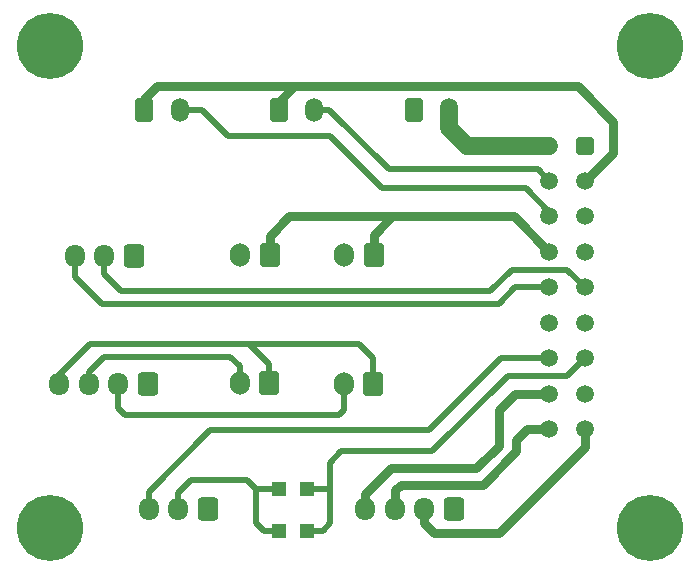
<source format=gbr>
%TF.GenerationSoftware,KiCad,Pcbnew,(6.0.6)*%
%TF.CreationDate,2022-08-12T20:52:17+02:00*%
%TF.ProjectId,breakbox_pcb,62726561-6b62-46f7-985f-7063622e6b69,rev?*%
%TF.SameCoordinates,Original*%
%TF.FileFunction,Copper,L1,Top*%
%TF.FilePolarity,Positive*%
%FSLAX46Y46*%
G04 Gerber Fmt 4.6, Leading zero omitted, Abs format (unit mm)*
G04 Created by KiCad (PCBNEW (6.0.6)) date 2022-08-12 20:52:17*
%MOMM*%
%LPD*%
G01*
G04 APERTURE LIST*
G04 Aperture macros list*
%AMRoundRect*
0 Rectangle with rounded corners*
0 $1 Rounding radius*
0 $2 $3 $4 $5 $6 $7 $8 $9 X,Y pos of 4 corners*
0 Add a 4 corners polygon primitive as box body*
4,1,4,$2,$3,$4,$5,$6,$7,$8,$9,$2,$3,0*
0 Add four circle primitives for the rounded corners*
1,1,$1+$1,$2,$3*
1,1,$1+$1,$4,$5*
1,1,$1+$1,$6,$7*
1,1,$1+$1,$8,$9*
0 Add four rect primitives between the rounded corners*
20,1,$1+$1,$2,$3,$4,$5,0*
20,1,$1+$1,$4,$5,$6,$7,0*
20,1,$1+$1,$6,$7,$8,$9,0*
20,1,$1+$1,$8,$9,$2,$3,0*%
G04 Aperture macros list end*
%TA.AperFunction,SMDPad,CuDef*%
%ADD10R,1.200000X1.200000*%
%TD*%
%TA.AperFunction,ComponentPad*%
%ADD11C,5.600000*%
%TD*%
%TA.AperFunction,ComponentPad*%
%ADD12RoundRect,0.250001X-0.499999X0.499999X-0.499999X-0.499999X0.499999X-0.499999X0.499999X0.499999X0*%
%TD*%
%TA.AperFunction,ComponentPad*%
%ADD13C,1.500000*%
%TD*%
%TA.AperFunction,ComponentPad*%
%ADD14RoundRect,0.250000X0.600000X0.725000X-0.600000X0.725000X-0.600000X-0.725000X0.600000X-0.725000X0*%
%TD*%
%TA.AperFunction,ComponentPad*%
%ADD15O,1.700000X1.950000*%
%TD*%
%TA.AperFunction,ComponentPad*%
%ADD16RoundRect,0.250000X0.600000X0.750000X-0.600000X0.750000X-0.600000X-0.750000X0.600000X-0.750000X0*%
%TD*%
%TA.AperFunction,ComponentPad*%
%ADD17O,1.700000X2.000000*%
%TD*%
%TA.AperFunction,ComponentPad*%
%ADD18RoundRect,0.250001X-0.499999X-0.759999X0.499999X-0.759999X0.499999X0.759999X-0.499999X0.759999X0*%
%TD*%
%TA.AperFunction,ComponentPad*%
%ADD19O,1.500000X2.020000*%
%TD*%
%TA.AperFunction,Conductor*%
%ADD20C,0.508000*%
%TD*%
%TA.AperFunction,Conductor*%
%ADD21C,0.762000*%
%TD*%
%TA.AperFunction,Conductor*%
%ADD22C,1.524000*%
%TD*%
G04 APERTURE END LIST*
D10*
%TO.P,REF\u002A\u002A,1*%
%TO.N,N/C*%
X74100000Y-95600000D03*
%TO.P,REF\u002A\u002A,2*%
X76500000Y-95600000D03*
%TD*%
%TO.P,REF\u002A\u002A,1*%
%TO.N,N/C*%
X74100000Y-92100000D03*
%TO.P,REF\u002A\u002A,2*%
X76500000Y-92100000D03*
%TD*%
D11*
%TO.P,REF\u002A\u002A,1*%
%TO.N,N/C*%
X54700000Y-95400000D03*
%TD*%
%TO.P,REF\u002A\u002A,1*%
%TO.N,N/C*%
X105500000Y-54600000D03*
%TD*%
D12*
%TO.P,Breakbox Out,1*%
%TO.N,N/C*%
X100000000Y-63000000D03*
D13*
%TO.P,Breakbox Out,2*%
X100000000Y-66000000D03*
%TO.P,Breakbox Out,3*%
X100000000Y-69000000D03*
%TO.P,Breakbox Out,4*%
X100000000Y-72000000D03*
%TO.P,Breakbox Out,5*%
X100000000Y-75000000D03*
%TO.P,Breakbox Out,6*%
X100000000Y-78000000D03*
%TO.P,Breakbox Out,7*%
X100000000Y-81000000D03*
%TO.P,Breakbox Out,8*%
X100000000Y-84000000D03*
%TO.P,Breakbox Out,9*%
X100000000Y-87000000D03*
%TO.P,Breakbox Out,10*%
X97000000Y-63000000D03*
%TO.P,Breakbox Out,11*%
X97000000Y-66000000D03*
%TO.P,Breakbox Out,12*%
X97000000Y-69000000D03*
%TO.P,Breakbox Out,13*%
X97000000Y-72000000D03*
%TO.P,Breakbox Out,14*%
X97000000Y-75000000D03*
%TO.P,Breakbox Out,15*%
X97000000Y-78000000D03*
%TO.P,Breakbox Out,16*%
X97000000Y-81000000D03*
%TO.P,Breakbox Out,17*%
X97000000Y-84000000D03*
%TO.P,Breakbox Out,18*%
X97000000Y-87000000D03*
%TD*%
D14*
%TO.P,Neo Pixel,1*%
%TO.N,N/C*%
X68100000Y-93800000D03*
D15*
%TO.P,Neo Pixel,2*%
X65600000Y-93800000D03*
%TO.P,Neo Pixel,3*%
X63100000Y-93800000D03*
%TD*%
D16*
%TO.P,Fan 1,1*%
%TO.N,N/C*%
X82150000Y-72300000D03*
D17*
%TO.P,Fan 1,2*%
X79650000Y-72300000D03*
%TD*%
D11*
%TO.P,REF\u002A\u002A,1*%
%TO.N,N/C*%
X54700000Y-54600000D03*
%TD*%
D18*
%TO.P,Therm 0 In,1*%
%TO.N,N/C*%
X74100000Y-59970000D03*
D19*
%TO.P,Therm 0 In,2*%
X77100000Y-59970000D03*
%TD*%
D14*
%TO.P,Probe,1*%
%TO.N,N/C*%
X61800000Y-72325000D03*
D15*
%TO.P,Probe,2*%
X59300000Y-72325000D03*
%TO.P,Probe,3*%
X56800000Y-72325000D03*
%TD*%
D16*
%TO.P,Endstop Y,1*%
%TO.N,N/C*%
X82100000Y-83150000D03*
D17*
%TO.P,Endstop Y,2*%
X79600000Y-83150000D03*
%TD*%
D18*
%TO.P,Therm 1 In,1*%
%TO.N,N/C*%
X62700000Y-59970000D03*
D19*
%TO.P,Therm 1 In,2*%
X65700000Y-59970000D03*
%TD*%
D14*
%TO.P,E-Motor,1*%
%TO.N,N/C*%
X88900000Y-93800000D03*
D15*
%TO.P,E-Motor,2*%
X86400000Y-93800000D03*
%TO.P,E-Motor,3*%
X83900000Y-93800000D03*
%TO.P,E-Motor,4*%
X81400000Y-93800000D03*
%TD*%
D18*
%TO.P,HE In,1*%
%TO.N,N/C*%
X85500000Y-59970000D03*
D19*
%TO.P,HE In,2*%
X88500000Y-59970000D03*
%TD*%
D11*
%TO.P,REF\u002A\u002A,1*%
%TO.N,N/C*%
X105500000Y-95400000D03*
%TD*%
D14*
%TO.P,Endstops X/Y,1*%
%TO.N,N/C*%
X63000000Y-83225000D03*
D15*
%TO.P,Endstops X/Y,2*%
X60500000Y-83225000D03*
%TO.P,Endstops X/Y,3*%
X58000000Y-83225000D03*
%TO.P,Endstops X/Y,4*%
X55500000Y-83225000D03*
%TD*%
D16*
%TO.P,Fan 0,1*%
%TO.N,N/C*%
X73350000Y-72300000D03*
D17*
%TO.P,Fan 0,2*%
X70850000Y-72300000D03*
%TD*%
D16*
%TO.P,Endstop X,1*%
%TO.N,N/C*%
X73300000Y-83125000D03*
D17*
%TO.P,Endstop X,2*%
X70800000Y-83125000D03*
%TD*%
D20*
%TO.N,*%
X66700000Y-91300000D02*
X71400000Y-91300000D01*
X65600000Y-92400000D02*
X66700000Y-91300000D01*
X71400000Y-91300000D02*
X72200000Y-92100000D01*
X65600000Y-93800000D02*
X65600000Y-92400000D01*
X68300000Y-87100000D02*
X86800000Y-87100000D01*
X92900000Y-81000000D02*
X97000000Y-81000000D01*
X63100000Y-92300000D02*
X68300000Y-87100000D01*
X63100000Y-93800000D02*
X63100000Y-92300000D01*
X86800000Y-87100000D02*
X92900000Y-81000000D01*
X72200000Y-95000000D02*
X72800000Y-95600000D01*
X72800000Y-95600000D02*
X74100000Y-95600000D01*
X72200000Y-92100000D02*
X72200000Y-95000000D01*
X78400000Y-95000000D02*
X78400000Y-92200000D01*
X77800000Y-95600000D02*
X78400000Y-95000000D01*
X76500000Y-95600000D02*
X77800000Y-95600000D01*
X78300000Y-92100000D02*
X76500000Y-92100000D01*
X78400000Y-92200000D02*
X78300000Y-92100000D01*
X78400000Y-92200000D02*
X78400000Y-89900000D01*
X98500000Y-82500000D02*
X100000000Y-81000000D01*
X93500000Y-82500000D02*
X98500000Y-82500000D01*
X79400000Y-88900000D02*
X87100000Y-88900000D01*
X87100000Y-88900000D02*
X93500000Y-82500000D01*
X78400000Y-89900000D02*
X79400000Y-88900000D01*
X72200000Y-92100000D02*
X74100000Y-92100000D01*
D21*
X102400000Y-61000000D02*
X102400000Y-63600000D01*
X74100000Y-59970000D02*
X74100000Y-59300000D01*
D20*
X93800000Y-73500000D02*
X98500000Y-73500000D01*
X94100000Y-75000000D02*
X97000000Y-75000000D01*
X78400000Y-62200000D02*
X82800000Y-66600000D01*
X77100000Y-59970000D02*
X78370000Y-59970000D01*
D21*
X92700000Y-88400000D02*
X92700000Y-85400000D01*
D20*
X79600000Y-85400000D02*
X79200000Y-85800000D01*
D21*
X83900000Y-93800000D02*
X83900000Y-92200000D01*
X94200000Y-87900000D02*
X95100000Y-87000000D01*
X84400000Y-91700000D02*
X91400000Y-91700000D01*
D20*
X92000000Y-75300000D02*
X93800000Y-73500000D01*
X59300000Y-72325000D02*
X59300000Y-73900000D01*
D21*
X100000000Y-88500000D02*
X100000000Y-87000000D01*
X102400000Y-63600000D02*
X100000000Y-66000000D01*
D20*
X73300000Y-83125000D02*
X73300000Y-81525000D01*
D22*
X90000000Y-63000000D02*
X97000000Y-63000000D01*
D21*
X76600000Y-58000000D02*
X99400000Y-58000000D01*
D20*
X78370000Y-59970000D02*
X83400000Y-65000000D01*
D21*
X73350000Y-72300000D02*
X73350000Y-70650000D01*
X87200000Y-95800000D02*
X92700000Y-95800000D01*
D22*
X88500000Y-59970000D02*
X88500000Y-61500000D01*
D20*
X59300000Y-73900000D02*
X60700000Y-75300000D01*
D21*
X81400000Y-93800000D02*
X81400000Y-92500000D01*
X92700000Y-85400000D02*
X94100000Y-84000000D01*
X73350000Y-70650000D02*
X75000000Y-69000000D01*
X62700000Y-59100000D02*
X63800000Y-58000000D01*
X95100000Y-87000000D02*
X97000000Y-87000000D01*
X83700000Y-69000000D02*
X88300000Y-69000000D01*
D20*
X97000000Y-68600000D02*
X97000000Y-69000000D01*
X83400000Y-65000000D02*
X96000000Y-65000000D01*
D21*
X62700000Y-59970000D02*
X62700000Y-59100000D01*
X86400000Y-93800000D02*
X86400000Y-95000000D01*
X92700000Y-95800000D02*
X100000000Y-88500000D01*
X94100000Y-84000000D02*
X97000000Y-84000000D01*
D20*
X98500000Y-73500000D02*
X100000000Y-75000000D01*
X56800000Y-72325000D02*
X56800000Y-74100000D01*
X60500000Y-85200000D02*
X60500000Y-83225000D01*
D21*
X83600000Y-90300000D02*
X90800000Y-90300000D01*
X83900000Y-92200000D02*
X84400000Y-91700000D01*
X63800000Y-58000000D02*
X76600000Y-58000000D01*
D20*
X92700000Y-76400000D02*
X94100000Y-75000000D01*
D21*
X90800000Y-90300000D02*
X92700000Y-88400000D01*
D20*
X56800000Y-74100000D02*
X59100000Y-76400000D01*
D21*
X82150000Y-70550000D02*
X83700000Y-69000000D01*
X82150000Y-72300000D02*
X82150000Y-70550000D01*
D20*
X69800000Y-62200000D02*
X78400000Y-62200000D01*
X71150000Y-79800000D02*
X80900000Y-79800000D01*
D21*
X74100000Y-59300000D02*
X75400000Y-58000000D01*
X99400000Y-58000000D02*
X102400000Y-61000000D01*
D20*
X80900000Y-79800000D02*
X82100000Y-81000000D01*
X59100000Y-76400000D02*
X92700000Y-76400000D01*
X70800000Y-81700000D02*
X70000000Y-80900000D01*
X55500000Y-82400000D02*
X55500000Y-83225000D01*
X61100000Y-85800000D02*
X60500000Y-85200000D01*
X60700000Y-75300000D02*
X92000000Y-75300000D01*
X65700000Y-59970000D02*
X67570000Y-59970000D01*
X71575000Y-79800000D02*
X71150000Y-79800000D01*
D21*
X86400000Y-95000000D02*
X87200000Y-95800000D01*
X91400000Y-91700000D02*
X94200000Y-88900000D01*
D20*
X82800000Y-66600000D02*
X95000000Y-66600000D01*
X79600000Y-83150000D02*
X79600000Y-85400000D01*
D21*
X94200000Y-88900000D02*
X94200000Y-87900000D01*
D20*
X58100000Y-79800000D02*
X55500000Y-82400000D01*
X82100000Y-81000000D02*
X82100000Y-83150000D01*
D21*
X94000000Y-69000000D02*
X97000000Y-72000000D01*
X75000000Y-69000000D02*
X94000000Y-69000000D01*
D20*
X70800000Y-83125000D02*
X70800000Y-81700000D01*
X58000000Y-82200000D02*
X58000000Y-83225000D01*
D22*
X88500000Y-61500000D02*
X90000000Y-63000000D01*
D20*
X96000000Y-65000000D02*
X97000000Y-66000000D01*
X59300000Y-80900000D02*
X58000000Y-82200000D01*
D21*
X81400000Y-92500000D02*
X83600000Y-90300000D01*
D20*
X95000000Y-66600000D02*
X97000000Y-68600000D01*
X79200000Y-85800000D02*
X61100000Y-85800000D01*
X71150000Y-79800000D02*
X58100000Y-79800000D01*
X67570000Y-59970000D02*
X69800000Y-62200000D01*
X70000000Y-80900000D02*
X59300000Y-80900000D01*
X73300000Y-81525000D02*
X71575000Y-79800000D01*
X75400000Y-58000000D02*
X76600000Y-58000000D01*
%TD*%
M02*

</source>
